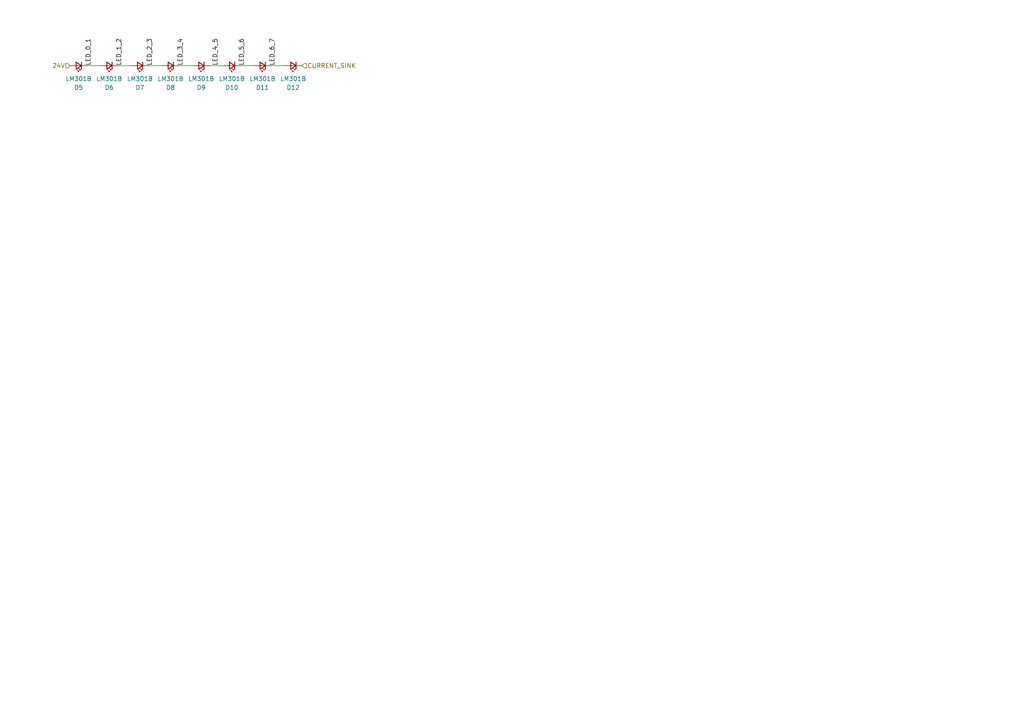
<source format=kicad_sch>
(kicad_sch (version 20230121) (generator eeschema)
  (paper "A4")
  (lib_symbols
    (symbol "Device:LED_Small" (pin_numbers hide) (pin_names (offset 0.254) hide)
      (property "Reference" "D" (at -1.27 3.175 0))
      (property "Value" "LED_Small" (at -4.445 -2.54 0))
      (symbol "LED_Small_0_1"
        (polyline (pts (xy -0.762 -1.016) (xy -0.762 1.016)) (stroke (width 0.254)))
        (polyline (pts (xy 1.016 0) (xy -0.762 0)))
        (polyline (pts (xy 0.762 -1.016) (xy -0.762 0) (xy 0.762 1.016) (xy 0.762 -1.016)) (stroke (width 0.254)))
        (polyline (pts (xy 0 0.762) (xy -0.508 1.27) (xy -0.254 1.27) (xy -0.508 1.27) (xy -0.508 1.016)))
        (polyline (pts (xy 0.508 1.27) (xy 0 1.778) (xy 0.254 1.778) (xy 0 1.778) (xy 0 1.524)))
      )
      (symbol "LED_Small_1_1"
        (pin passive line (at -2.54 0 0) (length 1.778) (name "K") (number "1"))
        (pin passive line (at 2.54 0 180) (length 1.778) (name "A") (number "2"))
      )
    )
  )
  (wire (pts (xy 46.99 19.05) (xy 43.18 19.05)))
  (wire (pts (xy 82.55 19.05) (xy 78.74 19.05)))
  (wire (pts (xy 73.66 19.05) (xy 69.85 19.05)))
  (wire (pts (xy 55.88 19.05) (xy 52.07 19.05)))
  (wire (pts (xy 64.77 19.05) (xy 60.96 19.05)))
  (wire (pts (xy 38.1 19.05) (xy 34.29 19.05)))
  (wire (pts (xy 29.21 19.05) (xy 25.4 19.05)))
  (label "LED_2_3" (at 44.45 19.05 90))
  (label "LED_5_6" (at 71.12 19.05 90))
  (label "LED_0_1" (at 26.67 19.05 90))
  (label "LED_6_7" (at 80.01 19.05 90))
  (label "LED_3_4" (at 53.34 19.05 90))
  (label "LED_1_2" (at 35.56 19.05 90))
  (label "LED_4_5" (at 63.5 19.05 90))
  (hierarchical_label "24V" (shape input) (at 20.32 19.05 180))
  (hierarchical_label "CURRENT_SINK" (shape input) (at 87.63 19.05 0))
  (symbol (lib_id "Device:LED_Small") (at 58.42 19.05 180) (unit 1)
    (property "Reference" "D9" (at 58.3565 25.4 0))
    (property "Value" "LM301B" (at 58.3565 22.86 0))
    (property "Footprint" "custom:LM301B" (effects hide))
    (property "MPN" "SPMWHD32AMD5XAV0S0" (effects hide))
    (instances (project "led_current_sink" (path "" (reference "D9") (unit 1)) (path "" (reference "D17") (unit 1))))
  )
  (symbol (lib_id "Device:LED_Small") (at 76.2 19.05 180) (unit 1)
    (property "Reference" "D11" (at 76.1365 25.4 0))
    (property "Value" "LM301B" (at 76.1365 22.86 0))
    (property "Footprint" "custom:LM301B" (effects hide))
    (property "MPN" "SPMWHD32AMD5XAV0S0" (effects hide))
    (instances (project "led_current_sink" (path "" (reference "D11") (unit 1)) (path "" (reference "D19") (unit 1))))
  )
  (symbol (lib_id "Device:LED_Small") (at 31.75 19.05 180) (unit 1)
    (property "Reference" "D6" (at 31.6865 25.4 0))
    (property "Value" "LM301B" (at 31.6865 22.86 0))
    (property "Footprint" "custom:LM301B" (effects hide))
    (property "MPN" "SPMWHD32AMD5XAV0S0" (effects hide))
    (instances (project "led_current_sink" (path "" (reference "D6") (unit 1)) (path "" (reference "D14") (unit 1))))
  )
  (symbol (lib_id "Device:LED_Small") (at 85.09 19.05 180) (unit 1)
    (property "Reference" "D12" (at 85.0265 25.4 0))
    (property "Value" "LM301B" (at 85.0265 22.86 0))
    (property "Footprint" "custom:LM301B" (effects hide))
    (property "MPN" "SPMWHD32AMD5XAV0S0" (effects hide))
    (instances (project "led_current_sink" (path "" (reference "D12") (unit 1)) (path "" (reference "D20") (unit 1))))
  )
  (symbol (lib_id "Device:LED_Small") (at 22.86 19.05 180) (unit 1)
    (property "Reference" "D5" (at 22.7965 25.4 0))
    (property "Value" "LM301B" (at 22.7965 22.86 0))
    (property "Footprint" "custom:LM301B" (effects hide))
    (property "MPN" "SPMWHD32AMD5XAV0S0" (effects hide))
    (instances (project "led_current_sink" (path "" (reference "D5") (unit 1)) (path "" (reference "D13") (unit 1))))
  )
  (symbol (lib_id "Device:LED_Small") (at 40.64 19.05 180) (unit 1)
    (property "Reference" "D7" (at 40.5765 25.4 0))
    (property "Value" "LM301B" (at 40.5765 22.86 0))
    (property "Footprint" "custom:LM301B" (effects hide))
    (property "MPN" "SPMWHD32AMD5XAV0S0" (effects hide))
    (instances (project "led_current_sink" (path "" (reference "D7") (unit 1)) (path "" (reference "D15") (unit 1))))
  )
  (symbol (lib_id "Device:LED_Small") (at 67.31 19.05 180) (unit 1)
    (property "Reference" "D10" (at 67.2465 25.4 0))
    (property "Value" "LM301B" (at 67.2465 22.86 0))
    (property "Footprint" "custom:LM301B" (effects hide))
    (property "MPN" "SPMWHD32AMD5XAV0S0" (effects hide))
    (instances (project "led_current_sink" (path "" (reference "D10") (unit 1)) (path "" (reference "D18") (unit 1))))
  )
  (symbol (lib_id "Device:LED_Small") (at 49.53 19.05 180) (unit 1)
    (property "Reference" "D8" (at 49.4665 25.4 0))
    (property "Value" "LM301B" (at 49.4665 22.86 0))
    (property "Footprint" "custom:LM301B" (effects hide))
    (property "MPN" "SPMWHD32AMD5XAV0S0" (effects hide))
    (instances (project "led_current_sink" (path "" (reference "D8") (unit 1)) (path "" (reference "D16") (unit 1))))
  )
)
</source>
